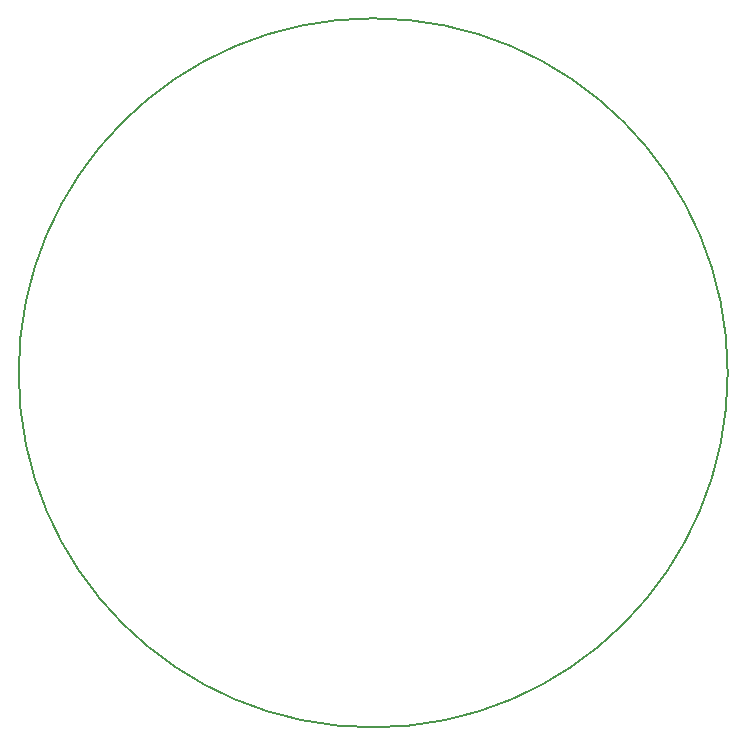
<source format=gm1>
G04 #@! TF.GenerationSoftware,KiCad,Pcbnew,(5.0.0)*
G04 #@! TF.CreationDate,2019-03-21T10:25:12+02:00*
G04 #@! TF.ProjectId,LED_badge,4C45445F62616467652E6B696361645F,rev?*
G04 #@! TF.SameCoordinates,Original*
G04 #@! TF.FileFunction,Profile,NP*
%FSLAX46Y46*%
G04 Gerber Fmt 4.6, Leading zero omitted, Abs format (unit mm)*
G04 Created by KiCad (PCBNEW (5.0.0)) date 03/21/19 10:25:12*
%MOMM*%
%LPD*%
G01*
G04 APERTURE LIST*
%ADD10C,0.150000*%
G04 APERTURE END LIST*
D10*
X167016662Y-80000000D02*
G75*
G03X167016662Y-80000000I-30016662J0D01*
G01*
M02*

</source>
